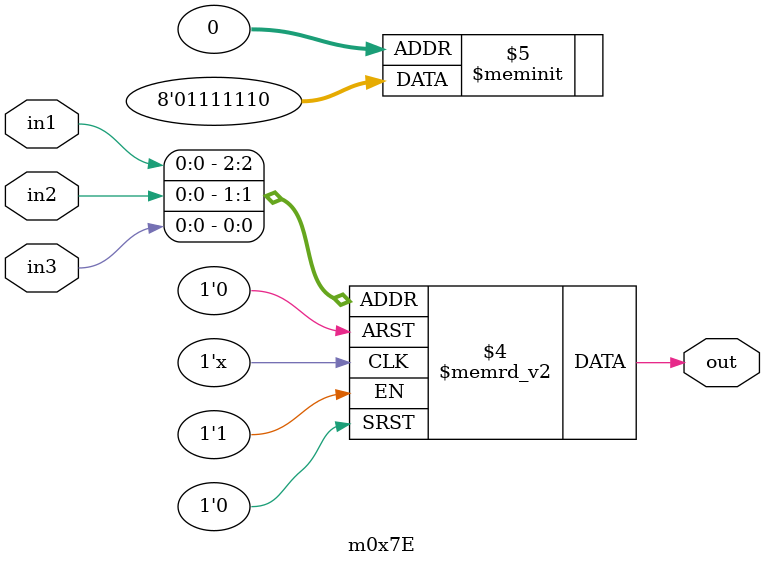
<source format=v>
module m0x7E(output out, input in1, in2, in3);

   always @(in1, in2, in3)
     begin
        case({in1, in2, in3})
          3'b000: {out} = 1'b0;
          3'b001: {out} = 1'b1;
          3'b010: {out} = 1'b1;
          3'b011: {out} = 1'b1;
          3'b100: {out} = 1'b1;
          3'b101: {out} = 1'b1;
          3'b110: {out} = 1'b1;
          3'b111: {out} = 1'b0;
        endcase // case ({in1, in2, in3})
     end // always @ (in1, in2, in3)

endmodule // m0x7E
</source>
